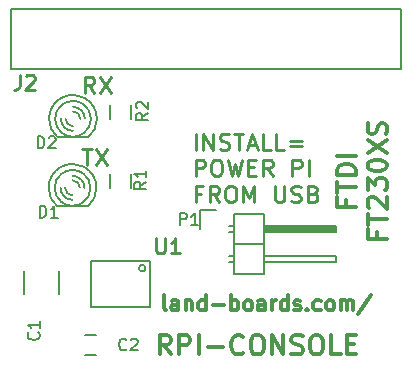
<source format=gto>
G04 #@! TF.FileFunction,Legend,Top*
%FSLAX46Y46*%
G04 Gerber Fmt 4.6, Leading zero omitted, Abs format (unit mm)*
G04 Created by KiCad (PCBNEW 4.0.1-stable) date 7/28/2016 7:21:10 PM*
%MOMM*%
G01*
G04 APERTURE LIST*
%ADD10C,0.150000*%
%ADD11C,0.254000*%
%ADD12C,0.300000*%
%ADD13C,0.127000*%
%ADD14C,0.203200*%
G04 APERTURE END LIST*
D10*
D11*
X144663048Y-85424976D02*
X145461333Y-85424976D01*
X145062190Y-86821976D02*
X145062190Y-85424976D01*
X145793952Y-85424976D02*
X146725286Y-86821976D01*
X146725286Y-85424976D02*
X145793952Y-86821976D01*
X145680905Y-80721976D02*
X145215238Y-80056738D01*
X144882619Y-80721976D02*
X144882619Y-79324976D01*
X145414810Y-79324976D01*
X145547857Y-79391500D01*
X145614381Y-79458024D01*
X145680905Y-79591071D01*
X145680905Y-79790643D01*
X145614381Y-79923690D01*
X145547857Y-79990214D01*
X145414810Y-80056738D01*
X144882619Y-80056738D01*
X146146571Y-79324976D02*
X147077905Y-80721976D01*
X147077905Y-79324976D02*
X146146571Y-80721976D01*
D12*
X166996371Y-89791690D02*
X166996371Y-90342024D01*
X167861181Y-90342024D02*
X166210181Y-90342024D01*
X166210181Y-89555833D01*
X166210181Y-89162738D02*
X166210181Y-88219309D01*
X167861181Y-88691024D02*
X166210181Y-88691024D01*
X167861181Y-87668976D02*
X166210181Y-87668976D01*
X166210181Y-87275881D01*
X166288800Y-87040023D01*
X166446038Y-86882785D01*
X166603276Y-86804166D01*
X166917752Y-86725547D01*
X167153610Y-86725547D01*
X167468086Y-86804166D01*
X167625324Y-86882785D01*
X167782562Y-87040023D01*
X167861181Y-87275881D01*
X167861181Y-87668976D01*
X167861181Y-86017976D02*
X166210181Y-86017976D01*
X169607771Y-92504047D02*
X169607771Y-93054381D01*
X170472581Y-93054381D02*
X168821581Y-93054381D01*
X168821581Y-92268190D01*
X168821581Y-91875095D02*
X168821581Y-90931666D01*
X170472581Y-91403381D02*
X168821581Y-91403381D01*
X168978819Y-90459952D02*
X168900200Y-90381333D01*
X168821581Y-90224095D01*
X168821581Y-89830999D01*
X168900200Y-89673761D01*
X168978819Y-89595142D01*
X169136057Y-89516523D01*
X169293295Y-89516523D01*
X169529152Y-89595142D01*
X170472581Y-90538571D01*
X170472581Y-89516523D01*
X168821581Y-88966190D02*
X168821581Y-87944142D01*
X169450533Y-88494476D01*
X169450533Y-88258618D01*
X169529152Y-88101380D01*
X169607771Y-88022761D01*
X169765010Y-87944142D01*
X170158105Y-87944142D01*
X170315343Y-88022761D01*
X170393962Y-88101380D01*
X170472581Y-88258618D01*
X170472581Y-88730333D01*
X170393962Y-88887571D01*
X170315343Y-88966190D01*
X168821581Y-86922095D02*
X168821581Y-86764856D01*
X168900200Y-86607618D01*
X168978819Y-86528999D01*
X169136057Y-86450380D01*
X169450533Y-86371761D01*
X169843629Y-86371761D01*
X170158105Y-86450380D01*
X170315343Y-86528999D01*
X170393962Y-86607618D01*
X170472581Y-86764856D01*
X170472581Y-86922095D01*
X170393962Y-87079333D01*
X170315343Y-87157952D01*
X170158105Y-87236571D01*
X169843629Y-87315190D01*
X169450533Y-87315190D01*
X169136057Y-87236571D01*
X168978819Y-87157952D01*
X168900200Y-87079333D01*
X168821581Y-86922095D01*
X168821581Y-85821428D02*
X170472581Y-84720761D01*
X168821581Y-84720761D02*
X170472581Y-85821428D01*
X170393962Y-84170428D02*
X170472581Y-83934571D01*
X170472581Y-83541475D01*
X170393962Y-83384237D01*
X170315343Y-83305618D01*
X170158105Y-83226999D01*
X170000867Y-83226999D01*
X169843629Y-83305618D01*
X169765010Y-83384237D01*
X169686390Y-83541475D01*
X169607771Y-83855952D01*
X169529152Y-84013190D01*
X169450533Y-84091809D01*
X169293295Y-84170428D01*
X169136057Y-84170428D01*
X168978819Y-84091809D01*
X168900200Y-84013190D01*
X168821581Y-83855952D01*
X168821581Y-83462856D01*
X168900200Y-83226999D01*
D11*
X154256619Y-85544176D02*
X154256619Y-84147176D01*
X154921857Y-85544176D02*
X154921857Y-84147176D01*
X155720143Y-85544176D01*
X155720143Y-84147176D01*
X156318857Y-85477652D02*
X156518429Y-85544176D01*
X156851048Y-85544176D01*
X156984095Y-85477652D01*
X157050619Y-85411129D01*
X157117143Y-85278081D01*
X157117143Y-85145033D01*
X157050619Y-85011986D01*
X156984095Y-84945462D01*
X156851048Y-84878938D01*
X156584952Y-84812414D01*
X156451905Y-84745890D01*
X156385381Y-84679367D01*
X156318857Y-84546319D01*
X156318857Y-84413271D01*
X156385381Y-84280224D01*
X156451905Y-84213700D01*
X156584952Y-84147176D01*
X156917572Y-84147176D01*
X157117143Y-84213700D01*
X157516286Y-84147176D02*
X158314571Y-84147176D01*
X157915428Y-85544176D02*
X157915428Y-84147176D01*
X158713714Y-85145033D02*
X159378952Y-85145033D01*
X158580667Y-85544176D02*
X159046333Y-84147176D01*
X159512000Y-85544176D01*
X160642905Y-85544176D02*
X159977667Y-85544176D01*
X159977667Y-84147176D01*
X161773810Y-85544176D02*
X161108572Y-85544176D01*
X161108572Y-84147176D01*
X162239477Y-84812414D02*
X163303858Y-84812414D01*
X163303858Y-85211557D02*
X162239477Y-85211557D01*
X154256619Y-87753976D02*
X154256619Y-86356976D01*
X154788810Y-86356976D01*
X154921857Y-86423500D01*
X154988381Y-86490024D01*
X155054905Y-86623071D01*
X155054905Y-86822643D01*
X154988381Y-86955690D01*
X154921857Y-87022214D01*
X154788810Y-87088738D01*
X154256619Y-87088738D01*
X155919714Y-86356976D02*
X156185810Y-86356976D01*
X156318857Y-86423500D01*
X156451905Y-86556548D01*
X156518429Y-86822643D01*
X156518429Y-87288310D01*
X156451905Y-87554405D01*
X156318857Y-87687452D01*
X156185810Y-87753976D01*
X155919714Y-87753976D01*
X155786667Y-87687452D01*
X155653619Y-87554405D01*
X155587095Y-87288310D01*
X155587095Y-86822643D01*
X155653619Y-86556548D01*
X155786667Y-86423500D01*
X155919714Y-86356976D01*
X156984095Y-86356976D02*
X157316714Y-87753976D01*
X157582810Y-86756119D01*
X157848905Y-87753976D01*
X158181524Y-86356976D01*
X158713714Y-87022214D02*
X159179381Y-87022214D01*
X159378952Y-87753976D02*
X158713714Y-87753976D01*
X158713714Y-86356976D01*
X159378952Y-86356976D01*
X160775952Y-87753976D02*
X160310285Y-87088738D01*
X159977666Y-87753976D02*
X159977666Y-86356976D01*
X160509857Y-86356976D01*
X160642904Y-86423500D01*
X160709428Y-86490024D01*
X160775952Y-86623071D01*
X160775952Y-86822643D01*
X160709428Y-86955690D01*
X160642904Y-87022214D01*
X160509857Y-87088738D01*
X159977666Y-87088738D01*
X162439047Y-87753976D02*
X162439047Y-86356976D01*
X162971238Y-86356976D01*
X163104285Y-86423500D01*
X163170809Y-86490024D01*
X163237333Y-86623071D01*
X163237333Y-86822643D01*
X163170809Y-86955690D01*
X163104285Y-87022214D01*
X162971238Y-87088738D01*
X162439047Y-87088738D01*
X163836047Y-87753976D02*
X163836047Y-86356976D01*
X154722286Y-89232014D02*
X154256619Y-89232014D01*
X154256619Y-89963776D02*
X154256619Y-88566776D01*
X154921857Y-88566776D01*
X156252334Y-89963776D02*
X155786667Y-89298538D01*
X155454048Y-89963776D02*
X155454048Y-88566776D01*
X155986239Y-88566776D01*
X156119286Y-88633300D01*
X156185810Y-88699824D01*
X156252334Y-88832871D01*
X156252334Y-89032443D01*
X156185810Y-89165490D01*
X156119286Y-89232014D01*
X155986239Y-89298538D01*
X155454048Y-89298538D01*
X157117143Y-88566776D02*
X157383239Y-88566776D01*
X157516286Y-88633300D01*
X157649334Y-88766348D01*
X157715858Y-89032443D01*
X157715858Y-89498110D01*
X157649334Y-89764205D01*
X157516286Y-89897252D01*
X157383239Y-89963776D01*
X157117143Y-89963776D01*
X156984096Y-89897252D01*
X156851048Y-89764205D01*
X156784524Y-89498110D01*
X156784524Y-89032443D01*
X156851048Y-88766348D01*
X156984096Y-88633300D01*
X157117143Y-88566776D01*
X158314572Y-89963776D02*
X158314572Y-88566776D01*
X158780239Y-89564633D01*
X159245905Y-88566776D01*
X159245905Y-89963776D01*
X160975524Y-88566776D02*
X160975524Y-89697681D01*
X161042048Y-89830729D01*
X161108572Y-89897252D01*
X161241619Y-89963776D01*
X161507715Y-89963776D01*
X161640762Y-89897252D01*
X161707286Y-89830729D01*
X161773810Y-89697681D01*
X161773810Y-88566776D01*
X162372524Y-89897252D02*
X162572096Y-89963776D01*
X162904715Y-89963776D01*
X163037762Y-89897252D01*
X163104286Y-89830729D01*
X163170810Y-89697681D01*
X163170810Y-89564633D01*
X163104286Y-89431586D01*
X163037762Y-89365062D01*
X162904715Y-89298538D01*
X162638619Y-89232014D01*
X162505572Y-89165490D01*
X162439048Y-89098967D01*
X162372524Y-88965919D01*
X162372524Y-88832871D01*
X162439048Y-88699824D01*
X162505572Y-88633300D01*
X162638619Y-88566776D01*
X162971239Y-88566776D01*
X163170810Y-88633300D01*
X164235191Y-89232014D02*
X164434762Y-89298538D01*
X164501286Y-89365062D01*
X164567810Y-89498110D01*
X164567810Y-89697681D01*
X164501286Y-89830729D01*
X164434762Y-89897252D01*
X164301715Y-89963776D01*
X163769524Y-89963776D01*
X163769524Y-88566776D01*
X164235191Y-88566776D01*
X164368238Y-88633300D01*
X164434762Y-88699824D01*
X164501286Y-88832871D01*
X164501286Y-88965919D01*
X164434762Y-89098967D01*
X164368238Y-89165490D01*
X164235191Y-89232014D01*
X163769524Y-89232014D01*
D12*
X151777095Y-99126524D02*
X151656142Y-99066048D01*
X151595666Y-98945095D01*
X151595666Y-97856524D01*
X152805190Y-99126524D02*
X152805190Y-98461286D01*
X152744713Y-98340333D01*
X152623761Y-98279857D01*
X152381856Y-98279857D01*
X152260904Y-98340333D01*
X152805190Y-99066048D02*
X152684237Y-99126524D01*
X152381856Y-99126524D01*
X152260904Y-99066048D01*
X152200428Y-98945095D01*
X152200428Y-98824143D01*
X152260904Y-98703190D01*
X152381856Y-98642714D01*
X152684237Y-98642714D01*
X152805190Y-98582238D01*
X153409952Y-98279857D02*
X153409952Y-99126524D01*
X153409952Y-98400810D02*
X153470428Y-98340333D01*
X153591381Y-98279857D01*
X153772809Y-98279857D01*
X153893761Y-98340333D01*
X153954238Y-98461286D01*
X153954238Y-99126524D01*
X155103286Y-99126524D02*
X155103286Y-97856524D01*
X155103286Y-99066048D02*
X154982333Y-99126524D01*
X154740429Y-99126524D01*
X154619476Y-99066048D01*
X154559000Y-99005571D01*
X154498524Y-98884619D01*
X154498524Y-98521762D01*
X154559000Y-98400810D01*
X154619476Y-98340333D01*
X154740429Y-98279857D01*
X154982333Y-98279857D01*
X155103286Y-98340333D01*
X155708048Y-98642714D02*
X156675667Y-98642714D01*
X157280429Y-99126524D02*
X157280429Y-97856524D01*
X157280429Y-98340333D02*
X157401381Y-98279857D01*
X157643286Y-98279857D01*
X157764238Y-98340333D01*
X157824715Y-98400810D01*
X157885191Y-98521762D01*
X157885191Y-98884619D01*
X157824715Y-99005571D01*
X157764238Y-99066048D01*
X157643286Y-99126524D01*
X157401381Y-99126524D01*
X157280429Y-99066048D01*
X158610906Y-99126524D02*
X158489953Y-99066048D01*
X158429477Y-99005571D01*
X158369001Y-98884619D01*
X158369001Y-98521762D01*
X158429477Y-98400810D01*
X158489953Y-98340333D01*
X158610906Y-98279857D01*
X158792334Y-98279857D01*
X158913286Y-98340333D01*
X158973763Y-98400810D01*
X159034239Y-98521762D01*
X159034239Y-98884619D01*
X158973763Y-99005571D01*
X158913286Y-99066048D01*
X158792334Y-99126524D01*
X158610906Y-99126524D01*
X160122811Y-99126524D02*
X160122811Y-98461286D01*
X160062334Y-98340333D01*
X159941382Y-98279857D01*
X159699477Y-98279857D01*
X159578525Y-98340333D01*
X160122811Y-99066048D02*
X160001858Y-99126524D01*
X159699477Y-99126524D01*
X159578525Y-99066048D01*
X159518049Y-98945095D01*
X159518049Y-98824143D01*
X159578525Y-98703190D01*
X159699477Y-98642714D01*
X160001858Y-98642714D01*
X160122811Y-98582238D01*
X160727573Y-99126524D02*
X160727573Y-98279857D01*
X160727573Y-98521762D02*
X160788049Y-98400810D01*
X160848525Y-98340333D01*
X160969478Y-98279857D01*
X161090430Y-98279857D01*
X162058049Y-99126524D02*
X162058049Y-97856524D01*
X162058049Y-99066048D02*
X161937096Y-99126524D01*
X161695192Y-99126524D01*
X161574239Y-99066048D01*
X161513763Y-99005571D01*
X161453287Y-98884619D01*
X161453287Y-98521762D01*
X161513763Y-98400810D01*
X161574239Y-98340333D01*
X161695192Y-98279857D01*
X161937096Y-98279857D01*
X162058049Y-98340333D01*
X162602335Y-99066048D02*
X162723287Y-99126524D01*
X162965192Y-99126524D01*
X163086144Y-99066048D01*
X163146620Y-98945095D01*
X163146620Y-98884619D01*
X163086144Y-98763667D01*
X162965192Y-98703190D01*
X162783763Y-98703190D01*
X162662811Y-98642714D01*
X162602335Y-98521762D01*
X162602335Y-98461286D01*
X162662811Y-98340333D01*
X162783763Y-98279857D01*
X162965192Y-98279857D01*
X163086144Y-98340333D01*
X163690906Y-99005571D02*
X163751382Y-99066048D01*
X163690906Y-99126524D01*
X163630430Y-99066048D01*
X163690906Y-99005571D01*
X163690906Y-99126524D01*
X164839954Y-99066048D02*
X164719001Y-99126524D01*
X164477097Y-99126524D01*
X164356144Y-99066048D01*
X164295668Y-99005571D01*
X164235192Y-98884619D01*
X164235192Y-98521762D01*
X164295668Y-98400810D01*
X164356144Y-98340333D01*
X164477097Y-98279857D01*
X164719001Y-98279857D01*
X164839954Y-98340333D01*
X165565668Y-99126524D02*
X165444715Y-99066048D01*
X165384239Y-99005571D01*
X165323763Y-98884619D01*
X165323763Y-98521762D01*
X165384239Y-98400810D01*
X165444715Y-98340333D01*
X165565668Y-98279857D01*
X165747096Y-98279857D01*
X165868048Y-98340333D01*
X165928525Y-98400810D01*
X165989001Y-98521762D01*
X165989001Y-98884619D01*
X165928525Y-99005571D01*
X165868048Y-99066048D01*
X165747096Y-99126524D01*
X165565668Y-99126524D01*
X166533287Y-99126524D02*
X166533287Y-98279857D01*
X166533287Y-98400810D02*
X166593763Y-98340333D01*
X166714716Y-98279857D01*
X166896144Y-98279857D01*
X167017096Y-98340333D01*
X167077573Y-98461286D01*
X167077573Y-99126524D01*
X167077573Y-98461286D02*
X167138049Y-98340333D01*
X167259001Y-98279857D01*
X167440430Y-98279857D01*
X167561382Y-98340333D01*
X167621858Y-98461286D01*
X167621858Y-99126524D01*
X169133763Y-97796048D02*
X168045191Y-99428905D01*
X152161120Y-102854881D02*
X151610786Y-102068690D01*
X151217691Y-102854881D02*
X151217691Y-101203881D01*
X151846644Y-101203881D01*
X152003882Y-101282500D01*
X152082501Y-101361119D01*
X152161120Y-101518357D01*
X152161120Y-101754214D01*
X152082501Y-101911452D01*
X152003882Y-101990071D01*
X151846644Y-102068690D01*
X151217691Y-102068690D01*
X152868691Y-102854881D02*
X152868691Y-101203881D01*
X153497644Y-101203881D01*
X153654882Y-101282500D01*
X153733501Y-101361119D01*
X153812120Y-101518357D01*
X153812120Y-101754214D01*
X153733501Y-101911452D01*
X153654882Y-101990071D01*
X153497644Y-102068690D01*
X152868691Y-102068690D01*
X154519691Y-102854881D02*
X154519691Y-101203881D01*
X155305881Y-102225929D02*
X156563786Y-102225929D01*
X158293405Y-102697643D02*
X158214786Y-102776262D01*
X157978929Y-102854881D01*
X157821691Y-102854881D01*
X157585833Y-102776262D01*
X157428595Y-102619024D01*
X157349976Y-102461786D01*
X157271357Y-102147310D01*
X157271357Y-101911452D01*
X157349976Y-101596976D01*
X157428595Y-101439738D01*
X157585833Y-101282500D01*
X157821691Y-101203881D01*
X157978929Y-101203881D01*
X158214786Y-101282500D01*
X158293405Y-101361119D01*
X159315452Y-101203881D02*
X159629929Y-101203881D01*
X159787167Y-101282500D01*
X159944405Y-101439738D01*
X160023024Y-101754214D01*
X160023024Y-102304548D01*
X159944405Y-102619024D01*
X159787167Y-102776262D01*
X159629929Y-102854881D01*
X159315452Y-102854881D01*
X159158214Y-102776262D01*
X159000976Y-102619024D01*
X158922357Y-102304548D01*
X158922357Y-101754214D01*
X159000976Y-101439738D01*
X159158214Y-101282500D01*
X159315452Y-101203881D01*
X160730595Y-102854881D02*
X160730595Y-101203881D01*
X161674024Y-102854881D01*
X161674024Y-101203881D01*
X162381595Y-102776262D02*
X162617452Y-102854881D01*
X163010548Y-102854881D01*
X163167786Y-102776262D01*
X163246405Y-102697643D01*
X163325024Y-102540405D01*
X163325024Y-102383167D01*
X163246405Y-102225929D01*
X163167786Y-102147310D01*
X163010548Y-102068690D01*
X162696071Y-101990071D01*
X162538833Y-101911452D01*
X162460214Y-101832833D01*
X162381595Y-101675595D01*
X162381595Y-101518357D01*
X162460214Y-101361119D01*
X162538833Y-101282500D01*
X162696071Y-101203881D01*
X163089167Y-101203881D01*
X163325024Y-101282500D01*
X164347071Y-101203881D02*
X164661548Y-101203881D01*
X164818786Y-101282500D01*
X164976024Y-101439738D01*
X165054643Y-101754214D01*
X165054643Y-102304548D01*
X164976024Y-102619024D01*
X164818786Y-102776262D01*
X164661548Y-102854881D01*
X164347071Y-102854881D01*
X164189833Y-102776262D01*
X164032595Y-102619024D01*
X163953976Y-102304548D01*
X163953976Y-101754214D01*
X164032595Y-101439738D01*
X164189833Y-101282500D01*
X164347071Y-101203881D01*
X166548405Y-102854881D02*
X165762214Y-102854881D01*
X165762214Y-101203881D01*
X167098738Y-101990071D02*
X167649072Y-101990071D01*
X167884929Y-102854881D02*
X167098738Y-102854881D01*
X167098738Y-101203881D01*
X167884929Y-101203881D01*
D10*
X139749000Y-95774000D02*
X139749000Y-97774000D01*
X142699000Y-97774000D02*
X142699000Y-95774000D01*
D13*
X150382500Y-94907500D02*
X145429500Y-94907500D01*
X145429500Y-94907500D02*
X145429500Y-98844500D01*
X145429500Y-98844500D02*
X150382500Y-98844500D01*
X150382500Y-98844500D02*
X150382500Y-94907500D01*
X150031481Y-95542500D02*
G75*
G03X150031481Y-95542500I-283981J0D01*
G01*
D14*
X138635000Y-78715000D02*
X171655000Y-78715000D01*
X171655000Y-73635000D02*
X138635000Y-73635000D01*
X138635000Y-73635000D02*
X138635000Y-78715000D01*
X171655000Y-78715000D02*
X171655000Y-73635000D01*
D10*
X142572000Y-90322800D02*
X145112000Y-90322800D01*
X144817527Y-87577136D02*
G75*
G03X143842000Y-87224000I-975527J-1170864D01*
G01*
X143841531Y-87225889D02*
G75*
G03X142831080Y-87610080I469J-1522111D01*
G01*
X143842034Y-90270147D02*
G75*
G03X144832600Y-89903700I-34J1522147D01*
G01*
X142866473Y-89918864D02*
G75*
G03X143842000Y-90272000I975527J1170864D01*
G01*
X144729155Y-89987166D02*
G75*
G03X145366000Y-88748000I-887155J1239166D01*
G01*
X145366000Y-88747199D02*
G75*
G03X144756400Y-87528800I-1524000J-801D01*
G01*
X142319794Y-88748442D02*
G75*
G03X142907280Y-89949420I1522206J442D01*
G01*
X142905829Y-87545436D02*
G75*
G03X142318000Y-88748000I936171J-1202564D01*
G01*
X144477000Y-88748000D02*
G75*
G03X143842000Y-88113000I-635000J0D01*
G01*
X144858000Y-88748000D02*
G75*
G03X143842000Y-87732000I-1016000J0D01*
G01*
X143207000Y-88748000D02*
G75*
G03X143842000Y-89383000I635000J0D01*
G01*
X142826000Y-88748000D02*
G75*
G03X143842000Y-89764000I1016000J0D01*
G01*
X145145426Y-90306880D02*
G75*
G03X145874000Y-88748000I-1303426J1558880D01*
G01*
X145871460Y-88747025D02*
G75*
G03X144797040Y-86957300I-2029460J-975D01*
G01*
X141812614Y-88750552D02*
G75*
G03X142531360Y-90297400I2029386J2552D01*
G01*
X142832149Y-86984701D02*
G75*
G03X141810000Y-88748000I1009851J-1763299D01*
G01*
X144805347Y-86958870D02*
G75*
G03X143842000Y-86716000I-963347J-1789130D01*
G01*
X143841900Y-86717077D02*
G75*
G03X142777740Y-87018260I100J-2030923D01*
G01*
X142610000Y-84478800D02*
X145150000Y-84478800D01*
X144855527Y-81733136D02*
G75*
G03X143880000Y-81380000I-975527J-1170864D01*
G01*
X143879531Y-81381889D02*
G75*
G03X142869080Y-81766080I469J-1522111D01*
G01*
X143880034Y-84426147D02*
G75*
G03X144870600Y-84059700I-34J1522147D01*
G01*
X142904473Y-84074864D02*
G75*
G03X143880000Y-84428000I975527J1170864D01*
G01*
X144767155Y-84143166D02*
G75*
G03X145404000Y-82904000I-887155J1239166D01*
G01*
X145404000Y-82903199D02*
G75*
G03X144794400Y-81684800I-1524000J-801D01*
G01*
X142357794Y-82904442D02*
G75*
G03X142945280Y-84105420I1522206J442D01*
G01*
X142943829Y-81701436D02*
G75*
G03X142356000Y-82904000I936171J-1202564D01*
G01*
X144515000Y-82904000D02*
G75*
G03X143880000Y-82269000I-635000J0D01*
G01*
X144896000Y-82904000D02*
G75*
G03X143880000Y-81888000I-1016000J0D01*
G01*
X143245000Y-82904000D02*
G75*
G03X143880000Y-83539000I635000J0D01*
G01*
X142864000Y-82904000D02*
G75*
G03X143880000Y-83920000I1016000J0D01*
G01*
X145183426Y-84462880D02*
G75*
G03X145912000Y-82904000I-1303426J1558880D01*
G01*
X145909460Y-82903025D02*
G75*
G03X144835040Y-81113300I-2029460J-975D01*
G01*
X141850614Y-82906552D02*
G75*
G03X142569360Y-84453400I2029386J2552D01*
G01*
X142870149Y-81140701D02*
G75*
G03X141848000Y-82904000I1009851J-1763299D01*
G01*
X144843347Y-81114870D02*
G75*
G03X143880000Y-80872000I-963347J-1789130D01*
G01*
X143879900Y-80873077D02*
G75*
G03X142815740Y-81174260I100J-2030923D01*
G01*
X144866000Y-102933000D02*
X145866000Y-102933000D01*
X145866000Y-101233000D02*
X144866000Y-101233000D01*
X148781000Y-87576500D02*
X148781000Y-88776500D01*
X147031000Y-88776500D02*
X147031000Y-87576500D01*
X148781000Y-81734500D02*
X148781000Y-82934500D01*
X147031000Y-82934500D02*
X147031000Y-81734500D01*
X154656000Y-90652000D02*
X154656000Y-92202000D01*
X155956000Y-90652000D02*
X154656000Y-90652000D01*
X160147000Y-92075000D02*
X165989000Y-92075000D01*
X165989000Y-92075000D02*
X165989000Y-92329000D01*
X165989000Y-92329000D02*
X160147000Y-92329000D01*
X160147000Y-92329000D02*
X160147000Y-92202000D01*
X160147000Y-92202000D02*
X165989000Y-92202000D01*
X157480000Y-91948000D02*
X157099000Y-91948000D01*
X157480000Y-92456000D02*
X157099000Y-92456000D01*
X157480000Y-94488000D02*
X157099000Y-94488000D01*
X157480000Y-94996000D02*
X157099000Y-94996000D01*
X157480000Y-90932000D02*
X160020000Y-90932000D01*
X157480000Y-93472000D02*
X160020000Y-93472000D01*
X157480000Y-93472000D02*
X157480000Y-96012000D01*
X157480000Y-96012000D02*
X160020000Y-96012000D01*
X160020000Y-94488000D02*
X166116000Y-94488000D01*
X166116000Y-94488000D02*
X166116000Y-94996000D01*
X166116000Y-94996000D02*
X160020000Y-94996000D01*
X160020000Y-96012000D02*
X160020000Y-93472000D01*
X160020000Y-93472000D02*
X160020000Y-90932000D01*
X166116000Y-92456000D02*
X160020000Y-92456000D01*
X166116000Y-91948000D02*
X166116000Y-92456000D01*
X160020000Y-91948000D02*
X166116000Y-91948000D01*
X157480000Y-93472000D02*
X160020000Y-93472000D01*
X157480000Y-90932000D02*
X157480000Y-93472000D01*
X140961143Y-100990666D02*
X141008762Y-101038285D01*
X141056381Y-101181142D01*
X141056381Y-101276380D01*
X141008762Y-101419238D01*
X140913524Y-101514476D01*
X140818286Y-101562095D01*
X140627810Y-101609714D01*
X140484952Y-101609714D01*
X140294476Y-101562095D01*
X140199238Y-101514476D01*
X140104000Y-101419238D01*
X140056381Y-101276380D01*
X140056381Y-101181142D01*
X140104000Y-101038285D01*
X140151619Y-100990666D01*
X141056381Y-100038285D02*
X141056381Y-100609714D01*
X141056381Y-100324000D02*
X140056381Y-100324000D01*
X140199238Y-100419238D01*
X140294476Y-100514476D01*
X140342095Y-100609714D01*
D11*
X150924381Y-93030524D02*
X150924381Y-94058619D01*
X150984857Y-94179571D01*
X151045333Y-94240048D01*
X151166286Y-94300524D01*
X151408190Y-94300524D01*
X151529143Y-94240048D01*
X151589619Y-94179571D01*
X151650095Y-94058619D01*
X151650095Y-93030524D01*
X152920095Y-94300524D02*
X152194381Y-94300524D01*
X152557238Y-94300524D02*
X152557238Y-93030524D01*
X152436286Y-93211952D01*
X152315333Y-93332905D01*
X152194381Y-93393381D01*
X139354667Y-79162524D02*
X139354667Y-80069667D01*
X139294191Y-80251095D01*
X139173239Y-80372048D01*
X138991810Y-80432524D01*
X138870858Y-80432524D01*
X139898953Y-79283476D02*
X139959429Y-79223000D01*
X140080381Y-79162524D01*
X140382762Y-79162524D01*
X140503715Y-79223000D01*
X140564191Y-79283476D01*
X140624667Y-79404429D01*
X140624667Y-79525381D01*
X140564191Y-79706810D01*
X139838477Y-80432524D01*
X140624667Y-80432524D01*
D10*
X141061905Y-91262381D02*
X141061905Y-90262381D01*
X141300000Y-90262381D01*
X141442858Y-90310000D01*
X141538096Y-90405238D01*
X141585715Y-90500476D01*
X141633334Y-90690952D01*
X141633334Y-90833810D01*
X141585715Y-91024286D01*
X141538096Y-91119524D01*
X141442858Y-91214762D01*
X141300000Y-91262381D01*
X141061905Y-91262381D01*
X142585715Y-91262381D02*
X142014286Y-91262381D01*
X142300000Y-91262381D02*
X142300000Y-90262381D01*
X142204762Y-90405238D01*
X142109524Y-90500476D01*
X142014286Y-90548095D01*
X140891905Y-85392381D02*
X140891905Y-84392381D01*
X141130000Y-84392381D01*
X141272858Y-84440000D01*
X141368096Y-84535238D01*
X141415715Y-84630476D01*
X141463334Y-84820952D01*
X141463334Y-84963810D01*
X141415715Y-85154286D01*
X141368096Y-85249524D01*
X141272858Y-85344762D01*
X141130000Y-85392381D01*
X140891905Y-85392381D01*
X141844286Y-84487619D02*
X141891905Y-84440000D01*
X141987143Y-84392381D01*
X142225239Y-84392381D01*
X142320477Y-84440000D01*
X142368096Y-84487619D01*
X142415715Y-84582857D01*
X142415715Y-84678095D01*
X142368096Y-84820952D01*
X141796667Y-85392381D01*
X142415715Y-85392381D01*
X148403334Y-102417143D02*
X148355715Y-102464762D01*
X148212858Y-102512381D01*
X148117620Y-102512381D01*
X147974762Y-102464762D01*
X147879524Y-102369524D01*
X147831905Y-102274286D01*
X147784286Y-102083810D01*
X147784286Y-101940952D01*
X147831905Y-101750476D01*
X147879524Y-101655238D01*
X147974762Y-101560000D01*
X148117620Y-101512381D01*
X148212858Y-101512381D01*
X148355715Y-101560000D01*
X148403334Y-101607619D01*
X148784286Y-101607619D02*
X148831905Y-101560000D01*
X148927143Y-101512381D01*
X149165239Y-101512381D01*
X149260477Y-101560000D01*
X149308096Y-101607619D01*
X149355715Y-101702857D01*
X149355715Y-101798095D01*
X149308096Y-101940952D01*
X148736667Y-102512381D01*
X149355715Y-102512381D01*
X150062381Y-88236666D02*
X149586190Y-88570000D01*
X150062381Y-88808095D02*
X149062381Y-88808095D01*
X149062381Y-88427142D01*
X149110000Y-88331904D01*
X149157619Y-88284285D01*
X149252857Y-88236666D01*
X149395714Y-88236666D01*
X149490952Y-88284285D01*
X149538571Y-88331904D01*
X149586190Y-88427142D01*
X149586190Y-88808095D01*
X150062381Y-87284285D02*
X150062381Y-87855714D01*
X150062381Y-87570000D02*
X149062381Y-87570000D01*
X149205238Y-87665238D01*
X149300476Y-87760476D01*
X149348095Y-87855714D01*
X150212381Y-82406666D02*
X149736190Y-82740000D01*
X150212381Y-82978095D02*
X149212381Y-82978095D01*
X149212381Y-82597142D01*
X149260000Y-82501904D01*
X149307619Y-82454285D01*
X149402857Y-82406666D01*
X149545714Y-82406666D01*
X149640952Y-82454285D01*
X149688571Y-82501904D01*
X149736190Y-82597142D01*
X149736190Y-82978095D01*
X149307619Y-82025714D02*
X149260000Y-81978095D01*
X149212381Y-81882857D01*
X149212381Y-81644761D01*
X149260000Y-81549523D01*
X149307619Y-81501904D01*
X149402857Y-81454285D01*
X149498095Y-81454285D01*
X149640952Y-81501904D01*
X150212381Y-82073333D01*
X150212381Y-81454285D01*
X152931905Y-91892381D02*
X152931905Y-90892381D01*
X153312858Y-90892381D01*
X153408096Y-90940000D01*
X153455715Y-90987619D01*
X153503334Y-91082857D01*
X153503334Y-91225714D01*
X153455715Y-91320952D01*
X153408096Y-91368571D01*
X153312858Y-91416190D01*
X152931905Y-91416190D01*
X154455715Y-91892381D02*
X153884286Y-91892381D01*
X154170000Y-91892381D02*
X154170000Y-90892381D01*
X154074762Y-91035238D01*
X153979524Y-91130476D01*
X153884286Y-91178095D01*
M02*

</source>
